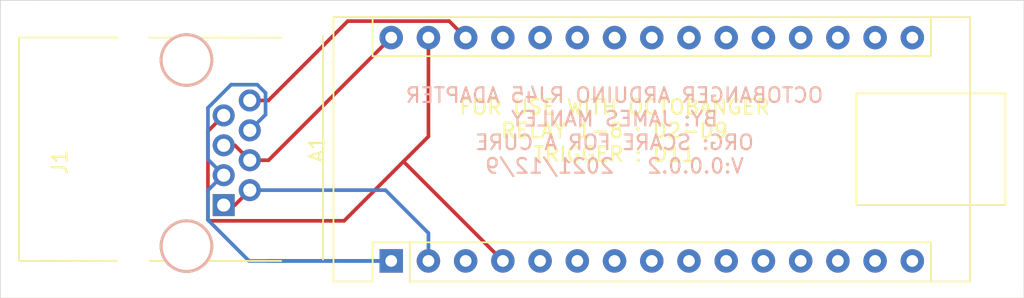
<source format=kicad_pcb>
(kicad_pcb (version 20171130) (host pcbnew "(5.1.12)-1")

  (general
    (thickness 1.6)
    (drawings 12)
    (tracks 36)
    (zones 0)
    (modules 2)
    (nets 30)
  )

  (page A4)
  (layers
    (0 F.Cu signal)
    (31 B.Cu signal)
    (32 B.Adhes user)
    (33 F.Adhes user)
    (34 B.Paste user)
    (35 F.Paste user)
    (36 B.SilkS user)
    (37 F.SilkS user)
    (38 B.Mask user)
    (39 F.Mask user)
    (40 Dwgs.User user)
    (41 Cmts.User user)
    (42 Eco1.User user)
    (43 Eco2.User user)
    (44 Edge.Cuts user)
    (45 Margin user)
    (46 B.CrtYd user)
    (47 F.CrtYd user)
    (48 B.Fab user)
    (49 F.Fab user)
  )

  (setup
    (last_trace_width 0.25)
    (trace_clearance 0.2)
    (zone_clearance 0.508)
    (zone_45_only no)
    (trace_min 0.2)
    (via_size 0.8)
    (via_drill 0.4)
    (via_min_size 0.4)
    (via_min_drill 0.3)
    (uvia_size 0.3)
    (uvia_drill 0.1)
    (uvias_allowed no)
    (uvia_min_size 0.2)
    (uvia_min_drill 0.1)
    (edge_width 0.05)
    (segment_width 0.2)
    (pcb_text_width 0.3)
    (pcb_text_size 1.5 1.5)
    (mod_edge_width 0.12)
    (mod_text_size 1 1)
    (mod_text_width 0.15)
    (pad_size 1.524 1.524)
    (pad_drill 0.762)
    (pad_to_mask_clearance 0)
    (aux_axis_origin 0 0)
    (visible_elements 7FFFFFFF)
    (pcbplotparams
      (layerselection 0x010fc_ffffffff)
      (usegerberextensions false)
      (usegerberattributes true)
      (usegerberadvancedattributes true)
      (creategerberjobfile true)
      (excludeedgelayer true)
      (linewidth 0.100000)
      (plotframeref false)
      (viasonmask false)
      (mode 1)
      (useauxorigin false)
      (hpglpennumber 1)
      (hpglpenspeed 20)
      (hpglpendiameter 15.000000)
      (psnegative false)
      (psa4output false)
      (plotreference true)
      (plotvalue true)
      (plotinvisibletext false)
      (padsonsilk false)
      (subtractmaskfromsilk false)
      (outputformat 1)
      (mirror false)
      (drillshape 1)
      (scaleselection 1)
      (outputdirectory ""))
  )

  (net 0 "")
  (net 1 "Net-(A1-Pad16)")
  (net 2 "Net-(A1-Pad15)")
  (net 3 "Net-(A1-Pad30)")
  (net 4 "Net-(A1-Pad14)")
  (net 5 "Net-(A1-Pad29)")
  (net 6 "Net-(A1-Pad13)")
  (net 7 "Net-(A1-Pad28)")
  (net 8 "Net-(A1-Pad12)")
  (net 9 "Net-(A1-Pad27)")
  (net 10 "Net-(A1-Pad11)")
  (net 11 "Net-(A1-Pad26)")
  (net 12 "Net-(A1-Pad10)")
  (net 13 "Net-(A1-Pad25)")
  (net 14 "Net-(A1-Pad9)")
  (net 15 "Net-(A1-Pad24)")
  (net 16 "Net-(A1-Pad8)")
  (net 17 "Net-(A1-Pad23)")
  (net 18 "Net-(A1-Pad7)")
  (net 19 "Net-(A1-Pad22)")
  (net 20 "Net-(A1-Pad6)")
  (net 21 "Net-(A1-Pad21)")
  (net 22 "Net-(A1-Pad5)")
  (net 23 "Net-(A1-Pad20)")
  (net 24 "Net-(A1-Pad19)")
  (net 25 "Net-(A1-Pad3)")
  (net 26 "Net-(A1-Pad18)")
  (net 27 "Net-(A1-Pad2)")
  (net 28 "Net-(A1-Pad17)")
  (net 29 "Net-(A1-Pad1)")

  (net_class Default "This is the default net class."
    (clearance 0.2)
    (trace_width 0.25)
    (via_dia 0.8)
    (via_drill 0.4)
    (uvia_dia 0.3)
    (uvia_drill 0.1)
    (add_net "Net-(A1-Pad1)")
    (add_net "Net-(A1-Pad10)")
    (add_net "Net-(A1-Pad11)")
    (add_net "Net-(A1-Pad12)")
    (add_net "Net-(A1-Pad13)")
    (add_net "Net-(A1-Pad14)")
    (add_net "Net-(A1-Pad15)")
    (add_net "Net-(A1-Pad16)")
    (add_net "Net-(A1-Pad17)")
    (add_net "Net-(A1-Pad18)")
    (add_net "Net-(A1-Pad19)")
    (add_net "Net-(A1-Pad2)")
    (add_net "Net-(A1-Pad20)")
    (add_net "Net-(A1-Pad21)")
    (add_net "Net-(A1-Pad22)")
    (add_net "Net-(A1-Pad23)")
    (add_net "Net-(A1-Pad24)")
    (add_net "Net-(A1-Pad25)")
    (add_net "Net-(A1-Pad26)")
    (add_net "Net-(A1-Pad27)")
    (add_net "Net-(A1-Pad28)")
    (add_net "Net-(A1-Pad29)")
    (add_net "Net-(A1-Pad3)")
    (add_net "Net-(A1-Pad30)")
    (add_net "Net-(A1-Pad5)")
    (add_net "Net-(A1-Pad6)")
    (add_net "Net-(A1-Pad7)")
    (add_net "Net-(A1-Pad8)")
    (add_net "Net-(A1-Pad9)")
  )

  (module digikey-footprints:RJ45_8-[E5J88-00LJG2-L] (layer F.Cu) (tedit 61AE151B) (tstamp 6192FFC7)
    (at 180.34 68.58 90)
    (tags RJ45)
    (path /61A38B07)
    (fp_text reference J1 (at 2.92 -11.18 90) (layer F.SilkS)
      (effects (font (size 1 1) (thickness 0.15)))
    )
    (fp_text value RJ45 (at 3.32 -6.25 270) (layer F.Fab)
      (effects (font (size 1 1) (thickness 0.15)))
    )
    (fp_line (start 11.52 6.78) (end -3.72 6.78) (layer F.SilkS) (width 0.12))
    (fp_line (start 11.43 -13.97) (end -3.81 -13.97) (layer F.SilkS) (width 0.12))
    (fp_line (start 11.43 -5.08) (end 11.42 3.91) (layer F.SilkS) (width 0.12))
    (fp_line (start -3.81 -5.08) (end -3.81 3.92) (layer F.SilkS) (width 0.12))
    (fp_line (start -3.8 -7.27) (end -3.81 -13.97) (layer F.SilkS) (width 0.12))
    (fp_line (start 11.43 -7.26) (end 11.43 -13.97) (layer F.SilkS) (width 0.12))
    (pad Hole np_thru_hole circle (at 9.9 -2.54 90) (size 3.65 3.65) (drill 3.25) (layers *.Cu *.SilkS *.Mask))
    (pad Hole np_thru_hole circle (at -2.8 -2.54 90) (size 3.65 3.65) (drill 3.25) (layers *.Cu *.SilkS *.Mask))
    (pad 1 thru_hole rect (at 0 0 90) (size 1.5 1.5) (drill 0.9) (layers *.Cu *.Mask)
      (net 27 "Net-(A1-Pad2)"))
    (pad 2 thru_hole circle (at 1.02 1.78 90) (size 1.5 1.5) (drill 0.9) (layers *.Cu *.Mask)
      (net 27 "Net-(A1-Pad2)"))
    (pad 3 thru_hole circle (at 2.04 0 90) (size 1.5 1.5) (drill 0.9) (layers *.Cu *.Mask)
      (net 29 "Net-(A1-Pad1)"))
    (pad 4 thru_hole circle (at 3.06 1.78 90) (size 1.5 1.5) (drill 0.9) (layers *.Cu *.Mask)
      (net 3 "Net-(A1-Pad30)"))
    (pad 5 thru_hole circle (at 4.08 0 90) (size 1.5 1.5) (drill 0.9) (layers *.Cu *.Mask)
      (net 3 "Net-(A1-Pad30)"))
    (pad 6 thru_hole circle (at 5.1 1.78 90) (size 1.5 1.5) (drill 0.9) (layers *.Cu *.Mask)
      (net 29 "Net-(A1-Pad1)"))
    (pad 7 thru_hole circle (at 6.12 0 90) (size 1.5 1.5) (drill 0.9) (layers *.Cu *.Mask)
      (net 5 "Net-(A1-Pad29)"))
    (pad 8 thru_hole circle (at 7.14 1.78 90) (size 1.5 1.5) (drill 0.9) (layers *.Cu *.Mask)
      (net 7 "Net-(A1-Pad28)"))
    (model ${KISYS3DMOD}/Connectors.3dshapes/RJ45_8.wrl
      (offset (xyz 4.571999931335449 -6.349999904632568 0))
      (scale (xyz 0.4 0.4 0.4))
      (rotate (xyz 0 0 0))
    )
  )

  (module Modules:Arduino_Nano (layer F.Cu) (tedit 58ACAF70) (tstamp 6192EC32)
    (at 191.77 72.39 90)
    (descr "Arduino Nano, http://www.mouser.com/pdfdocs/Gravitech_Arduino_Nano3_0.pdf")
    (tags "Arduino Nano")
    (path /61A38041)
    (fp_text reference A1 (at 7.62 -5.08 90) (layer F.SilkS)
      (effects (font (size 1 1) (thickness 0.15)))
    )
    (fp_text value Arduino_Nano_v3.x (at 8.89 19.05) (layer F.Fab)
      (effects (font (size 1 1) (thickness 0.15)))
    )
    (fp_line (start 1.27 1.27) (end 1.27 -1.27) (layer F.SilkS) (width 0.12))
    (fp_line (start 1.27 -1.27) (end -1.4 -1.27) (layer F.SilkS) (width 0.12))
    (fp_line (start -1.4 1.27) (end -1.4 39.5) (layer F.SilkS) (width 0.12))
    (fp_line (start -1.4 -3.94) (end -1.4 -1.27) (layer F.SilkS) (width 0.12))
    (fp_line (start 13.97 -1.27) (end 16.64 -1.27) (layer F.SilkS) (width 0.12))
    (fp_line (start 13.97 -1.27) (end 13.97 36.83) (layer F.SilkS) (width 0.12))
    (fp_line (start 13.97 36.83) (end 16.64 36.83) (layer F.SilkS) (width 0.12))
    (fp_line (start 1.27 1.27) (end -1.4 1.27) (layer F.SilkS) (width 0.12))
    (fp_line (start 1.27 1.27) (end 1.27 36.83) (layer F.SilkS) (width 0.12))
    (fp_line (start 1.27 36.83) (end -1.4 36.83) (layer F.SilkS) (width 0.12))
    (fp_line (start 3.81 31.75) (end 11.43 31.75) (layer F.Fab) (width 0.1))
    (fp_line (start 11.43 31.75) (end 11.43 41.91) (layer F.Fab) (width 0.1))
    (fp_line (start 11.43 41.91) (end 3.81 41.91) (layer F.Fab) (width 0.1))
    (fp_line (start 3.81 41.91) (end 3.81 31.75) (layer F.Fab) (width 0.1))
    (fp_line (start -1.4 39.5) (end 16.64 39.5) (layer F.SilkS) (width 0.12))
    (fp_line (start 16.64 39.5) (end 16.64 -3.94) (layer F.SilkS) (width 0.12))
    (fp_line (start 16.64 -3.94) (end -1.4 -3.94) (layer F.SilkS) (width 0.12))
    (fp_line (start 16.51 39.37) (end -1.27 39.37) (layer F.Fab) (width 0.1))
    (fp_line (start -1.27 39.37) (end -1.27 -2.54) (layer F.Fab) (width 0.1))
    (fp_line (start -1.27 -2.54) (end 0 -3.81) (layer F.Fab) (width 0.1))
    (fp_line (start 0 -3.81) (end 16.51 -3.81) (layer F.Fab) (width 0.1))
    (fp_line (start 16.51 -3.81) (end 16.51 39.37) (layer F.Fab) (width 0.1))
    (fp_line (start -1.53 -4.06) (end 16.75 -4.06) (layer F.CrtYd) (width 0.05))
    (fp_line (start -1.53 -4.06) (end -1.53 42.16) (layer F.CrtYd) (width 0.05))
    (fp_line (start 16.75 42.16) (end 16.75 -4.06) (layer F.CrtYd) (width 0.05))
    (fp_line (start 16.75 42.16) (end -1.53 42.16) (layer F.CrtYd) (width 0.05))
    (fp_text user %R (at 6.35 19.05) (layer F.Fab)
      (effects (font (size 1 1) (thickness 0.15)))
    )
    (pad 16 thru_hole oval (at 15.24 35.56 90) (size 1.6 1.6) (drill 0.8) (layers *.Cu *.Mask)
      (net 1 "Net-(A1-Pad16)"))
    (pad 15 thru_hole oval (at 0 35.56 90) (size 1.6 1.6) (drill 0.8) (layers *.Cu *.Mask)
      (net 2 "Net-(A1-Pad15)"))
    (pad 30 thru_hole oval (at 15.24 0 90) (size 1.6 1.6) (drill 0.8) (layers *.Cu *.Mask)
      (net 3 "Net-(A1-Pad30)"))
    (pad 14 thru_hole oval (at 0 33.02 90) (size 1.6 1.6) (drill 0.8) (layers *.Cu *.Mask)
      (net 4 "Net-(A1-Pad14)"))
    (pad 29 thru_hole oval (at 15.24 2.54 90) (size 1.6 1.6) (drill 0.8) (layers *.Cu *.Mask)
      (net 5 "Net-(A1-Pad29)"))
    (pad 13 thru_hole oval (at 0 30.48 90) (size 1.6 1.6) (drill 0.8) (layers *.Cu *.Mask)
      (net 6 "Net-(A1-Pad13)"))
    (pad 28 thru_hole oval (at 15.24 5.08 90) (size 1.6 1.6) (drill 0.8) (layers *.Cu *.Mask)
      (net 7 "Net-(A1-Pad28)"))
    (pad 12 thru_hole oval (at 0 27.94 90) (size 1.6 1.6) (drill 0.8) (layers *.Cu *.Mask)
      (net 8 "Net-(A1-Pad12)"))
    (pad 27 thru_hole oval (at 15.24 7.62 90) (size 1.6 1.6) (drill 0.8) (layers *.Cu *.Mask)
      (net 9 "Net-(A1-Pad27)"))
    (pad 11 thru_hole oval (at 0 25.4 90) (size 1.6 1.6) (drill 0.8) (layers *.Cu *.Mask)
      (net 10 "Net-(A1-Pad11)"))
    (pad 26 thru_hole oval (at 15.24 10.16 90) (size 1.6 1.6) (drill 0.8) (layers *.Cu *.Mask)
      (net 11 "Net-(A1-Pad26)"))
    (pad 10 thru_hole oval (at 0 22.86 90) (size 1.6 1.6) (drill 0.8) (layers *.Cu *.Mask)
      (net 12 "Net-(A1-Pad10)"))
    (pad 25 thru_hole oval (at 15.24 12.7 90) (size 1.6 1.6) (drill 0.8) (layers *.Cu *.Mask)
      (net 13 "Net-(A1-Pad25)"))
    (pad 9 thru_hole oval (at 0 20.32 90) (size 1.6 1.6) (drill 0.8) (layers *.Cu *.Mask)
      (net 14 "Net-(A1-Pad9)"))
    (pad 24 thru_hole oval (at 15.24 15.24 90) (size 1.6 1.6) (drill 0.8) (layers *.Cu *.Mask)
      (net 15 "Net-(A1-Pad24)"))
    (pad 8 thru_hole oval (at 0 17.78 90) (size 1.6 1.6) (drill 0.8) (layers *.Cu *.Mask)
      (net 16 "Net-(A1-Pad8)"))
    (pad 23 thru_hole oval (at 15.24 17.78 90) (size 1.6 1.6) (drill 0.8) (layers *.Cu *.Mask)
      (net 17 "Net-(A1-Pad23)"))
    (pad 7 thru_hole oval (at 0 15.24 90) (size 1.6 1.6) (drill 0.8) (layers *.Cu *.Mask)
      (net 18 "Net-(A1-Pad7)"))
    (pad 22 thru_hole oval (at 15.24 20.32 90) (size 1.6 1.6) (drill 0.8) (layers *.Cu *.Mask)
      (net 19 "Net-(A1-Pad22)"))
    (pad 6 thru_hole oval (at 0 12.7 90) (size 1.6 1.6) (drill 0.8) (layers *.Cu *.Mask)
      (net 20 "Net-(A1-Pad6)"))
    (pad 21 thru_hole oval (at 15.24 22.86 90) (size 1.6 1.6) (drill 0.8) (layers *.Cu *.Mask)
      (net 21 "Net-(A1-Pad21)"))
    (pad 5 thru_hole oval (at 0 10.16 90) (size 1.6 1.6) (drill 0.8) (layers *.Cu *.Mask)
      (net 22 "Net-(A1-Pad5)"))
    (pad 20 thru_hole oval (at 15.24 25.4 90) (size 1.6 1.6) (drill 0.8) (layers *.Cu *.Mask)
      (net 23 "Net-(A1-Pad20)"))
    (pad 4 thru_hole oval (at 0 7.62 90) (size 1.6 1.6) (drill 0.8) (layers *.Cu *.Mask)
      (net 5 "Net-(A1-Pad29)"))
    (pad 19 thru_hole oval (at 15.24 27.94 90) (size 1.6 1.6) (drill 0.8) (layers *.Cu *.Mask)
      (net 24 "Net-(A1-Pad19)"))
    (pad 3 thru_hole oval (at 0 5.08 90) (size 1.6 1.6) (drill 0.8) (layers *.Cu *.Mask)
      (net 25 "Net-(A1-Pad3)"))
    (pad 18 thru_hole oval (at 15.24 30.48 90) (size 1.6 1.6) (drill 0.8) (layers *.Cu *.Mask)
      (net 26 "Net-(A1-Pad18)"))
    (pad 2 thru_hole oval (at 0 2.54 90) (size 1.6 1.6) (drill 0.8) (layers *.Cu *.Mask)
      (net 27 "Net-(A1-Pad2)"))
    (pad 17 thru_hole oval (at 15.24 33.02 90) (size 1.6 1.6) (drill 0.8) (layers *.Cu *.Mask)
      (net 28 "Net-(A1-Pad17)"))
    (pad 1 thru_hole rect (at 0 0 90) (size 1.6 1.6) (drill 0.8) (layers *.Cu *.Mask)
      (net 29 "Net-(A1-Pad1)"))
  )

  (gr_line (start 165.1 74.93) (end 167.64 74.93) (layer Edge.Cuts) (width 0.05) (tstamp 61AE2005))
  (gr_line (start 167.64 54.61) (end 165.1 54.61) (layer Edge.Cuts) (width 0.05) (tstamp 61AE2004))
  (gr_text "FOR USE WITH OCTOBANGER\nRELAY 1-8 : D2-D9\nTRIGGER : D11" (at 207.01 63.5) (layer F.SilkS)
    (effects (font (size 1 1) (thickness 0.15)))
  )
  (gr_text "OCTOBANGER ARDUINO RJ45 ADAPTER\nBY: JAMES MANLEY\nORG: SCARE FOR A CURE\nV:0.0.0.2   2021/12/9" (at 207.01 63.5) (layer B.SilkS)
    (effects (font (size 1 1) (thickness 0.15)) (justify mirror))
  )
  (gr_line (start 223.52 68.58) (end 223.52 60.96) (layer F.SilkS) (width 0.12) (tstamp 6192EF91))
  (gr_line (start 233.68 68.58) (end 223.52 68.58) (layer F.SilkS) (width 0.12))
  (gr_line (start 233.68 60.96) (end 233.68 68.58) (layer F.SilkS) (width 0.12))
  (gr_line (start 223.52 60.96) (end 233.68 60.96) (layer F.SilkS) (width 0.12))
  (gr_line (start 234.95 74.93) (end 234.95 54.61) (layer Edge.Cuts) (width 0.05) (tstamp 6192EF90))
  (gr_line (start 167.64 74.93) (end 234.95 74.93) (layer Edge.Cuts) (width 0.05))
  (gr_line (start 165.1 54.61) (end 165.1 74.93) (layer Edge.Cuts) (width 0.05))
  (gr_line (start 234.95 54.61) (end 167.64 54.61) (layer Edge.Cuts) (width 0.05))

  (segment (start 191.77 57.79) (end 191.77 57.15) (width 0.25) (layer F.Cu) (net 3))
  (segment (start 181.1 64.5) (end 182.12 65.52) (width 0.25) (layer F.Cu) (net 3))
  (segment (start 180.34 64.5) (end 181.1 64.5) (width 0.25) (layer F.Cu) (net 3))
  (segment (start 183.4 65.52) (end 191.77 57.15) (width 0.25) (layer F.Cu) (net 3))
  (segment (start 182.12 65.52) (end 183.4 65.52) (width 0.25) (layer F.Cu) (net 3))
  (segment (start 192.604999 65.604999) (end 199.39 72.39) (width 0.25) (layer F.Cu) (net 5))
  (segment (start 194.31 63.899998) (end 192.604999 65.604999) (width 0.25) (layer F.Cu) (net 5))
  (segment (start 194.31 57.15) (end 194.31 63.899998) (width 0.25) (layer F.Cu) (net 5))
  (segment (start 188.554997 69.655001) (end 192.604999 65.604999) (width 0.25) (layer F.Cu) (net 5))
  (segment (start 179.329999 69.655001) (end 188.554997 69.655001) (width 0.25) (layer F.Cu) (net 5))
  (segment (start 179.264999 69.590001) (end 179.329999 69.655001) (width 0.25) (layer F.Cu) (net 5))
  (segment (start 179.264999 63.535001) (end 179.264999 69.590001) (width 0.25) (layer F.Cu) (net 5))
  (segment (start 180.34 62.46) (end 179.264999 63.535001) (width 0.25) (layer F.Cu) (net 5))
  (segment (start 195.724999 56.024999) (end 188.805001 56.024999) (width 0.25) (layer F.Cu) (net 7))
  (segment (start 196.85 57.15) (end 195.724999 56.024999) (width 0.25) (layer F.Cu) (net 7))
  (segment (start 183.39 61.44) (end 188.805001 56.024999) (width 0.25) (layer F.Cu) (net 7))
  (segment (start 182.12 61.44) (end 183.39 61.44) (width 0.25) (layer F.Cu) (net 7))
  (segment (start 194.31 70.49) (end 194.31 72.39) (width 0.25) (layer B.Cu) (net 27))
  (segment (start 191.38 67.56) (end 194.31 70.49) (width 0.25) (layer B.Cu) (net 27))
  (segment (start 181.1 68.58) (end 182.12 67.56) (width 0.25) (layer F.Cu) (net 27))
  (segment (start 180.34 68.58) (end 181.1 68.58) (width 0.25) (layer F.Cu) (net 27))
  (segment (start 182.12 67.56) (end 191.38 67.56) (width 0.25) (layer B.Cu) (net 27))
  (segment (start 191.13 72.39) (end 191.77 72.39) (width 0.25) (layer B.Cu) (net 29))
  (segment (start 183.334998 72.39) (end 191.77 72.39) (width 0.25) (layer B.Cu) (net 29))
  (segment (start 179.264999 65.464999) (end 180.34 66.54) (width 0.25) (layer B.Cu) (net 29))
  (segment (start 182.636001 60.364999) (end 180.843999 60.364999) (width 0.25) (layer B.Cu) (net 29))
  (segment (start 179.264999 61.943999) (end 179.264999 65.464999) (width 0.25) (layer B.Cu) (net 29))
  (segment (start 183.195001 60.923999) (end 182.636001 60.364999) (width 0.25) (layer B.Cu) (net 29))
  (segment (start 180.843999 60.364999) (end 179.264999 61.943999) (width 0.25) (layer B.Cu) (net 29))
  (segment (start 183.195001 62.404999) (end 183.195001 60.923999) (width 0.25) (layer B.Cu) (net 29))
  (segment (start 182.12 63.48) (end 183.195001 62.404999) (width 0.25) (layer B.Cu) (net 29))
  (segment (start 182.064998 72.39) (end 191.77 72.39) (width 0.25) (layer B.Cu) (net 29))
  (segment (start 179.264999 69.590001) (end 182.064998 72.39) (width 0.25) (layer B.Cu) (net 29))
  (segment (start 179.264999 67.569999) (end 179.264999 69.590001) (width 0.25) (layer B.Cu) (net 29))
  (segment (start 180.294998 66.54) (end 179.264999 67.569999) (width 0.25) (layer B.Cu) (net 29))
  (segment (start 180.34 66.54) (end 180.294998 66.54) (width 0.25) (layer B.Cu) (net 29))

)

</source>
